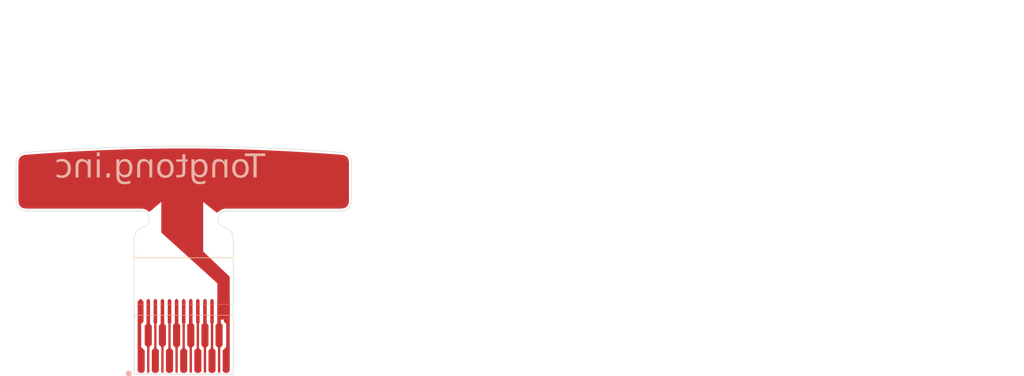
<source format=kicad_pcb>
(kicad_pcb (version 20240108) (generator "pcbnew") (generator_version "8.0")
  (layers (0 "F.Cu" signal) (31 "B.Cu" signal) (34 "B.Paste" user) (35 "F.Paste" user) (36 "B.SilkS" user "B.Silkscreen") (37 "F.SilkS" user "F.Silkscreen") (38 "B.Mask" user) (39 "F.Mask" user) (44 "Edge.Cuts" user))
  (net 0 "")
  (net 1 "Batteryin")
  (footprint "Library:flex connector" (layer "B.Cu") (at 168.8 91.05)
    (property "Reference" "REF**" (hide yes))
    (property "Value" "flex connector")
    (fp_circle (center -0.125 3.925) (end 0 3.925) (fill solid) (layer "B.SilkS"))
    (fp_poly (pts (xy 0.1 3.95) (xy 4.3 3.95) (xy 4.3 1) (xy 0.1 1)) (stroke (width 0.01)) (fill none) (layer "B.SilkS"))
    (pad "1" smd rect (at 0.325 2.325) (size 0.15 1.25) (layers "F.Cu" "F.Paste" "F.Mask"))
    (pad "1" smd roundrect (at 0.375 1.3) (size 0.25 1.1) (layers "F.Cu" "F.Paste" "F.Mask") (roundrect_rratio 0) (chamfer_ratio 0.5) (chamfer top_left top_right bottom_left bottom_right))
    (pad "1" smd roundrect (at 0.4 3.35) (size 0.3 1.1) (layers "F.Cu" "F.Paste" "F.Mask") (roundrect_rratio 0.4) (chamfer_ratio 0.5) (chamfer top_left top_right))
    (pad "2" smd roundrect (at 0.7 1.425) (size 0.15 1.35) (layers "F.Cu" "F.Paste" "F.Mask") (roundrect_rratio 0) (chamfer_ratio 0.5) (chamfer top_left top_right bottom_left bottom_right))
    (pad "2" smd roundrect (at 0.7 2.3) (size 0.3 1.1) (layers "F.Cu" "F.Paste" "F.Mask") (roundrect_rratio 0) (chamfer_ratio 0.5) (chamfer top_left top_right bottom_left bottom_right))
    (pad "2" smd roundrect (at 0.7 3.3) (size 0.1 1.2) (layers "F.Cu" "F.Paste" "F.Mask") (roundrect_rratio 0.5))
    (pad "3" smd roundrect (at 1 1.3) (size 0.15 1.1) (layers "F.Cu" "F.Paste" "F.Mask") (roundrect_rratio 0) (chamfer_ratio 0.5) (chamfer top_left top_right bottom_left bottom_right))
    (pad "3" smd rect (at 1 2.4) (size 0.1 1.2) (layers "F.Cu" "F.Paste" "F.Mask"))
    (pad "3" smd roundrect (at 1 3.35) (size 0.3 1.1) (layers "F.Cu" "F.Paste" "F.Mask") (roundrect_rratio 0.4) (chamfer_ratio 0.5) (chamfer top_left top_right))
    (pad "4" smd roundrect (at 1.3 1.425) (size 0.15 1.35) (layers "F.Cu" "F.Paste" "F.Mask") (roundrect_rratio 0) (chamfer_ratio 0.5) (chamfer top_left top_right bottom_left bottom_right))
    (pad "4" smd roundrect (at 1.3 2.3) (size 0.3 1.1) (layers "F.Cu" "F.Paste" "F.Mask") (roundrect_rratio 0) (chamfer_ratio 0.5) (chamfer top_left top_right bottom_left bottom_right))
    (pad "4" smd roundrect (at 1.3 3.3) (size 0.1 1.2) (layers "F.Cu" "F.Paste" "F.Mask") (roundrect_rratio 0.5))
    (pad "5" smd roundrect (at 1.6 1.3) (size 0.15 1.1) (layers "F.Cu" "F.Paste" "F.Mask") (roundrect_rratio 0) (chamfer_ratio 0.5) (chamfer top_left top_right bottom_left bottom_right))
    (pad "5" smd rect (at 1.6 2.3) (size 0.1 1.25) (layers "F.Cu" "F.Paste" "F.Mask"))
    (pad "5" smd roundrect (at 1.6 3.35) (size 0.3 1.1) (layers "F.Cu" "F.Paste" "F.Mask") (roundrect_rratio 0.4) (chamfer_ratio 0.5) (chamfer top_left top_right))
    (pad "6" smd roundrect (at 1.899999 2.3) (size 0.3 1.1) (layers "F.Cu" "F.Paste" "F.Mask") (roundrect_rratio 0) (chamfer_ratio 0.4) (chamfer top_left top_right bottom_left bottom_right))
    (pad "6" smd roundrect (at 1.9 1.425) (size 0.15 1.35) (layers "F.Cu" "F.Paste" "F.Mask") (roundrect_rratio 0) (chamfer_ratio 0.5) (chamfer top_left top_right bottom_left bottom_right))
    (pad "6" smd roundrect (at 1.9 3.299999) (size 0.1 1.2) (layers "F.Cu" "F.Paste" "F.Mask") (roundrect_rratio 0.5))
    (pad "7" smd roundrect (at 2.2 1.3) (size 0.15 1.1) (layers "F.Cu" "F.Paste" "F.Mask") (roundrect_rratio 0) (chamfer_ratio 0.5) (chamfer top_left top_right bottom_left bottom_right))
    (pad "7" smd rect (at 2.2 2.300001) (size 0.1 1.25) (layers "F.Cu" "F.Paste" "F.Mask"))
    (pad "7" smd roundrect (at 2.2 3.35) (size 0.3 1.1) (layers "F.Cu" "F.Paste" "F.Mask") (roundrect_rratio 0.4) (chamfer_ratio 0.5) (chamfer top_left top_right))
    (pad "8" smd roundrect (at 2.5 1.425) (size 0.15 1.35) (layers "F.Cu" "F.Paste" "F.Mask") (roundrect_rratio 0) (chamfer_ratio 0.5) (chamfer top_left top_right bottom_left bottom_right))
    (pad "8" smd roundrect (at 2.5 2.300001) (size 0.3 1.1) (layers "F.Cu" "F.Paste" "F.Mask") (roundrect_rratio 0) (chamfer_ratio 0.4) (chamfer top_left top_right bottom_left bottom_right))
    (pad "8" smd roundrect (at 2.5 3.299999) (size 0.1 1.2) (layers "F.Cu" "F.Paste" "F.Mask") (roundrect_rratio 0.5))
    (pad "9" smd roundrect (at 2.8 1.3) (size 0.15 1.1) (layers "F.Cu" "F.Paste" "F.Mask") (roundrect_rratio 0) (chamfer_ratio 0.5) (chamfer top_left top_right bottom_left bottom_right))
    (pad "9" smd rect (at 2.8 2.300001) (size 0.1 1.25) (layers "F.Cu" "F.Paste" "F.Mask"))
    (pad "9" smd roundrect (at 2.8 3.35) (size 0.3 1.1) (layers "F.Cu" "F.Paste" "F.Mask") (roundrect_rratio 0.4) (chamfer_ratio 0.5) (chamfer top_left top_right))
    (pad "10" smd roundrect (at 3.1 1.4125) (size 0.15 1.325) (layers "F.Cu" "F.Paste" "F.Mask") (roundrect_rratio 0) (chamfer_ratio 0.5) (chamfer top_left top_right bottom_left bottom_right))
    (pad "10" smd roundrect (at 3.1 2.300001) (size 0.3 1.1) (layers "F.Cu" "F.Paste" "F.Mask") (roundrect_rratio 0) (chamfer_ratio 0.4) (chamfer top_left top_right bottom_left bottom_right))
    (pad "10" smd roundrect (at 3.1 3.299999) (size 0.1 1.2) (layers "F.Cu" "F.Paste" "F.Mask") (roundrect_rratio 0.5))
    (pad "11" smd roundrect (at 3.4 1.3) (size 0.15 1.1) (layers "F.Cu" "F.Paste" "F.Mask") (roundrect_rratio 0) (chamfer_ratio 0.5) (chamfer top_left top_right bottom_left bottom_right))
    (pad "11" smd rect (at 3.4 2.300001) (size 0.1 1.25) (layers "F.Cu" "F.Paste" "F.Mask"))
    (pad "11" smd roundrect (at 3.4 3.35) (size 0.3 1.1) (layers "F.Cu" "F.Paste" "F.Mask") (roundrect_rratio 0.4) (chamfer_ratio 0.5) (chamfer top_left top_right))
    (pad "12" smd roundrect (at 3.7 1.3625) (size 0.15 1.225) (layers "F.Cu" "F.Paste" "F.Mask") (roundrect_rratio 0) (chamfer_ratio 0.5) (chamfer top_left top_right bottom_left bottom_right) (net 1 "Batteryin"))
    (pad "12" smd roundrect (at 3.7 2.300001) (size 0.3 1.1) (layers "F.Cu" "F.Paste" "F.Mask") (roundrect_rratio 0) (chamfer_ratio 0.4) (chamfer top_left top_right bottom_left bottom_right))
    (pad "12" smd roundrect (at 3.7 3.299999) (size 0.1 1.2) (layers "F.Cu" "F.Paste" "F.Mask") (roundrect_rratio 0.5))
    (pad "13" smd roundrect (at 4 3.35) (size 0.3 1.1) (layers "F.Cu" "F.Paste" "F.Mask") (roundrect_rratio 0.4) (chamfer_ratio 0.5) (chamfer top_left top_right))
    (pad "13" smd roundrect (at 4.025 1.3) (size 0.25 1.1) (layers "F.Cu" "F.Paste" "F.Mask") (roundrect_rratio 0) (chamfer_ratio 0.5) (chamfer top_left top_right bottom_left bottom_right) (net 1 "Batteryin"))
    (pad "13" smd rect (at 4.075 2.325) (size 0.15 1.25) (layers "F.Cu" "F.Paste" "F.Mask"))
  )
  (gr_line (start 168.89 90.07) (end 173.09 90.07) (stroke (width 0.02)) (layer "B.SilkS"))
  (gr_line (start 168.89 92.510192) (end 173.09 92.510192) (stroke (width 0.02)) (layer "B.SilkS"))
  (gr_line (start 168.9 90.065714) (end 173.1 90.065714) (stroke (width 0.02)) (layer "F.SilkS"))
  (gr_line (start 168.9 92.505906) (end 173.1 92.505906) (stroke (width 0.02)) (layer "F.SilkS"))
  (gr_curve (pts (xy 163.943937 85.829033) (xy 163.928169 85.865869) (xy 163.917913 85.905233) (xy 163.911287 85.944668)) (stroke (width 0.02)) (layer "Edge.Cuts"))
  (gr_arc (start 172.717647 88.774904) (mid 172.484109 88.585453) (end 172.483772 88.284731) (stroke (width 0.02)) (layer "Edge.Cuts"))
  (gr_arc (start 169.516228 88.284731) (mid 169.515897 88.585466) (end 169.282353 88.774904) (stroke (width 0.02)) (layer "Edge.Cuts"))
  (gr_line (start 176.68 85.530055) (end 176.29671 85.505216) (stroke (width 0.02)) (layer "Edge.Cuts"))
  (gr_line (start 175.721776 88.084731) (end 177.6 88.084731) (stroke (width 0.02)) (layer "Edge.Cuts"))
  (gr_curve (pts (xy 163.933241 87.827292) (xy 163.948724 87.872956) (xy 163.970927 87.915358) (xy 164.002664 87.951766)) (stroke (width 0.02)) (layer "Edge.Cuts"))
  (gr_line (start 172.800001 88.08473) (end 175.721776 88.084731) (stroke (width 0.02)) (layer "Edge.Cuts"))
  (gr_line (start 171.000076 85.333851) (end 170.43203 85.335156) (stroke (width 0.02)) (layer "Edge.Cuts"))
  (gr_curve (pts (xy 178.067719 85.859526) (xy 178.052547 85.814857) (xy 178.030779 85.773678) (xy 177.999643 85.738105)) (stroke (width 0.02)) (layer "Edge.Cuts"))
  (gr_curve (pts (xy 171.000076 85.333851) (xy 171.28406 85.333851) (xy 171.568044 85.335157) (xy 171.85203 85.337768)) (stroke (width 0.02)) (layer "Edge.Cuts"))
  (gr_curve (pts (xy 169.58 85.346831) (xy 169.864 85.341668) (xy 170.148015 85.337768) (xy 170.43203 85.335156)) (stroke (width 0.02)) (layer "Edge.Cuts"))
  (gr_curve (pts (xy 169.516228 85.348016) (xy 169.528982 85.347774) (xy 169.541737 85.347534) (xy 169.554491 85.347297)) (stroke (width 0.02)) (layer "Edge.Cuts"))
  (gr_line (start 163.9 86.096441) (end 163.9 87.584731) (stroke (width 0.02)) (layer "Edge.Cuts"))
  (gr_curve (pts (xy 163.9 87.584731) (xy 163.9 87.681537) (xy 163.910982 87.76164) (xy 163.933241 87.827292)) (stroke (width 0.02)) (layer "Edge.Cuts"))
  (gr_curve (pts (xy 164.362327 85.597863) (xy 164.553862 85.58339) (xy 164.745396 85.569371) (xy 164.936931 85.555806)) (stroke (width 0.02)) (layer "Edge.Cuts"))
  (gr_line (start 178.1 87.584731) (end 178.1 86.096441) (stroke (width 0.02)) (layer "Edge.Cuts"))
  (gr_curve (pts (xy 175.259999 85.446677) (xy 175.352355 85.451411) (xy 175.44471 85.456261) (xy 175.537065 85.461224)) (stroke (width 0.02)) (layer "Edge.Cuts"))
  (gr_curve (pts (xy 177.967035 87.982066) (xy 177.998783 87.954391) (xy 178.023658 87.921499) (xy 178.042895 87.884058)) (stroke (width 0.02)) (layer "Edge.Cuts"))
  (gr_arc (start 169.200001 88.084731) (mid 169.387076 88.138935) (end 169.516228 88.284731) (stroke (width 0.02)) (layer "Edge.Cuts"))
  (gr_arc (start 172.717647 88.774904) (mid 172.992934 88.9517) (end 173.099999 89.260866) (stroke (width 0.02)) (layer "Edge.Cuts"))
  (gr_line (start 168.16 85.385007) (end 167.592 85.406276) (stroke (width 0.02)) (layer "Edge.Cuts"))
  (gr_arc (start 168.9 89.260866) (mid 169.007044 88.951691) (end 169.282353 88.774904) (stroke (width 0.02)) (layer "Edge.Cuts"))
  (gr_line (start 172.483772 85.348016) (end 172.458263 85.347534) (stroke (width 0.02)) (layer "Edge.Cuts"))
  (gr_line (start 166.373399 88.08473) (end 164.4 88.084731) (stroke (width 0.02)) (layer "Edge.Cuts"))
  (gr_line (start 175.721776 85.471486) (end 175.537065 85.461224) (stroke (width 0.02)) (layer "Edge.Cuts"))
  (gr_curve (pts (xy 172.483772 85.348016) (xy 172.755018 85.353164) (xy 173.026263 85.359461) (xy 173.297509 85.366886)) (stroke (width 0.02)) (layer "Edge.Cuts"))
  (gr_curve (pts (xy 177.6 88.084731) (xy 177.696806 88.08473) (xy 177.77691 88.073748) (xy 177.842561 88.051489)) (stroke (width 0.02)) (layer "Edge.Cuts"))
  (gr_curve (pts (xy 177.90101 85.661822) (xy 177.865467 85.643324) (xy 177.826988 85.630132) (xy 177.788165 85.620553)) (stroke (width 0.02)) (layer "Edge.Cuts"))
  (gr_line (start 169.200001 88.084731) (end 166.373399 88.08473) (stroke (width 0.02)) (layer "Edge.Cuts"))
  (gr_line (start 165.32 85.530055) (end 164.936931 85.555806) (stroke (width 0.02)) (layer "Edge.Cuts"))
  (gr_line (start 169.58 85.346831) (end 169.554491 85.347297) (stroke (width 0.02)) (layer "Edge.Cuts"))
  (gr_line (start 166.373399 85.466188) (end 165.95204 85.490017) (stroke (width 0.02)) (layer "Edge.Cuts"))
  (gr_line (start 173.1 95) (end 168.9 95) (stroke (width 0.02)) (layer "Edge.Cuts"))
  (gr_line (start 175.259999 85.446677) (end 174.692 85.418642) (stroke (width 0.02)) (layer "Edge.Cuts"))
  (gr_curve (pts (xy 164.362327 85.597863) (xy 164.267407 85.605035) (xy 164.190475 85.621497) (xy 164.128517 85.647902)) (stroke (width 0.02)) (layer "Edge.Cuts"))
  (gr_curve (pts (xy 178.085423 87.755953) (xy 178.096248 87.700237) (xy 178.100001 87.641313) (xy 178.1 87.584731)) (stroke (width 0.02)) (layer "Edge.Cuts"))
  (gr_line (start 168.9 90.870562) (end 168.9 92.505907) (stroke (width 0.02)) (layer "Edge.Cuts"))
  (gr_curve (pts (xy 163.911287 85.944668) (xy 163.902949 85.994288) (xy 163.899999 86.046278) (xy 163.9 86.096441)) (stroke (width 0.02)) (layer "Edge.Cuts"))
  (gr_line (start 173.84 85.385007) (end 173.297509 85.366886) (stroke (width 0.02)) (layer "Edge.Cuts"))
  (gr_curve (pts (xy 164.228778 88.070154) (xy 164.284494 88.080979) (xy 164.343418 88.084731) (xy 164.4 88.084731)) (stroke (width 0.02)) (layer "Edge.Cuts"))
  (gr_line (start 172.42 85.346831) (end 171.85203 85.337768) (stroke (width 0.02)) (layer "Edge.Cuts"))
  (gr_line (start 173.099999 89.260866) (end 173.099999 90.870562) (stroke (width 0.02)) (layer "Edge.Cuts"))
  (gr_curve (pts (xy 164.128517 85.647902) (xy 164.085119 85.666397) (xy 164.045698 85.691207) (xy 164.012571 85.724933)) (stroke (width 0.02)) (layer "Edge.Cuts"))
  (gr_curve (pts (xy 178.1 86.096441) (xy 178.1 86.00125) (xy 178.089381 85.923298) (xy 178.067719 85.859526)) (stroke (width 0.02)) (layer "Edge.Cuts"))
  (gr_curve (pts (xy 164.100671 88.027626) (xy 164.140785 88.048236) (xy 164.184597 88.06157) (xy 164.228778 88.070154)) (stroke (width 0.02)) (layer "Edge.Cuts"))
  (gr_curve (pts (xy 173.84 85.385007) (xy 174.124 85.395055) (xy 174.408 85.406276) (xy 174.692 85.418642)) (stroke (width 0.02)) (layer "Edge.Cuts"))
  (gr_curve (pts (xy 172.42 85.346831) (xy 172.432754 85.347063) (xy 172.445509 85.347297) (xy 172.458263 85.347534)) (stroke (width 0.02)) (layer "Edge.Cuts"))
  (gr_line (start 168.9 89.260866) (end 168.9 90.870562) (stroke (width 0.02)) (layer "Edge.Cuts"))
  (gr_line (start 173.1 90.870562) (end 173.1 92.505906) (stroke (width 0.02)) (layer "Edge.Cuts"))
  (gr_line (start 173.1 92.505906) (end 173.1 95) (stroke (width 0.02)) (layer "Edge.Cuts"))
  (gr_line (start 177.637673 85.597863) (end 177.254604 85.569371) (stroke (width 0.02)) (layer "Edge.Cuts"))
  (gr_curve (pts (xy 177.788165 85.620553) (xy 177.739313 85.6085) (xy 177.687694 85.601642) (xy 177.637673 85.597863)) (stroke (width 0.02)) (layer "Edge.Cuts"))
  (gr_curve (pts (xy 164.012571 85.724933) (xy 163.982896 85.755145) (xy 163.960583 85.790146) (xy 163.943937 85.829033)) (stroke (width 0.02)) (layer "Edge.Cuts"))
  (gr_curve (pts (xy 177.842561 88.051489) (xy 177.888225 88.036007) (xy 177.930627 88.013804) (xy 177.967035 87.982066)) (stroke (width 0.02)) (layer "Edge.Cuts"))
  (gr_curve (pts (xy 175.721776 85.471486) (xy 175.913421 85.48225) (xy 176.105066 85.493496) (xy 176.29671 85.505216)) (stroke (width 0.02)) (layer "Edge.Cuts"))
  (gr_curve (pts (xy 166.373399 85.466188) (xy 166.446719 85.462144) (xy 166.520039 85.458169) (xy 166.59336 85.454266)) (stroke (width 0.02)) (layer "Edge.Cuts"))
  (gr_curve (pts (xy 176.68 85.530055) (xy 176.871535 85.542699) (xy 177.063069 85.555806) (xy 177.254604 85.569371)) (stroke (width 0.02)) (layer "Edge.Cuts"))
  (gr_curve (pts (xy 164.002664 87.951766) (xy 164.03034 87.983513) (xy 164.063232 88.008388) (xy 164.100671 88.027626)) (stroke (width 0.02)) (layer "Edge.Cuts"))
  (gr_curve (pts (xy 177.999643 85.738105) (xy 177.971753 85.706238) (xy 177.938533 85.681352) (xy 177.90101 85.661822)) (stroke (width 0.02)) (layer "Edge.Cuts"))
  (gr_arc (start 172.483772 88.284731) (mid 172.612922 88.138944) (end 172.800001 88.08473) (stroke (width 0.02)) (layer "Edge.Cuts"))
  (gr_curve (pts (xy 166.740001 85.446677) (xy 167.024 85.432118) (xy 167.308 85.418642) (xy 167.592 85.406276)) (stroke (width 0.02)) (layer "Edge.Cuts"))
  (gr_curve (pts (xy 168.16 85.385007) (xy 168.431245 85.375411) (xy 168.702491 85.366886) (xy 168.973737 85.359461)) (stroke (width 0.02)) (layer "Edge.Cuts"))
  (gr_line (start 166.740001 85.446677) (end 166.59336 85.454266) (stroke (width 0.02)) (layer "Edge.Cuts"))
  (gr_curve (pts (xy 178.042895 87.884058) (xy 178.063505 87.843945) (xy 178.076839 87.800135) (xy 178.085423 87.755953)) (stroke (width 0.02)) (layer "Edge.Cuts"))
  (gr_line (start 168.9 92.505907) (end 168.9 95) (stroke (width 0.02)) (layer "Edge.Cuts"))
  (gr_curve (pts (xy 165.32 85.530055) (xy 165.53068 85.516147) (xy 165.74136 85.502799) (xy 165.95204 85.490017)) (stroke (width 0.02)) (layer "Edge.Cuts"))
  (gr_line (start 169.516228 85.348016) (end 168.973737 85.359461) (stroke (width 0.02)) (layer "Edge.Cuts"))
  (gr_text "Tongtong.inc" (at 174.449023 86.832953 0) (layer "B.SilkS") (effects (font (size 1 1)) (justify left bottom mirror)))
  (zone (net 1) (net_name "Batteryin") (layer "F.Cu") (connect_pads yes (clearance 0.13)) (min_thickness 0.13) (fill yes (thermal_gap 0) (thermal_bridge_width 0.5) (island_removal_mode 1) (island_area_min 10))
    (polygon (pts (xy 172.425 92.7) (xy 172.95 92.7) (xy 172.95 90.875) (xy 171.825 89.8) (xy 171.825 87.7) (xy 172.45 88.2) (xy 178.175 88.175) (xy 178.2 84.975) (xy 163.75 84.975) (xy 163.75 88.15) (xy 169.55 88.125) (xy 170.05 87.7) (xy 170.05 89) (xy 172.425 91.15)))
  )
)
</source>
